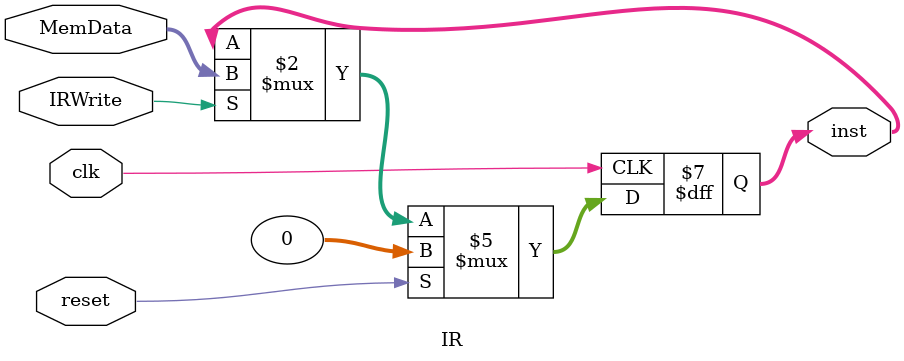
<source format=v>
module IR(
    input [31:0] MemData,
    input IRWrite,
    input clk,
	input reset,
  
    output reg [31:0] inst

);

    always @ (posedge clk)
      if(reset)
        inst <= 32'b0;
        
      else if(IRWrite)
        inst <= MemData;


endmodule 

</source>
